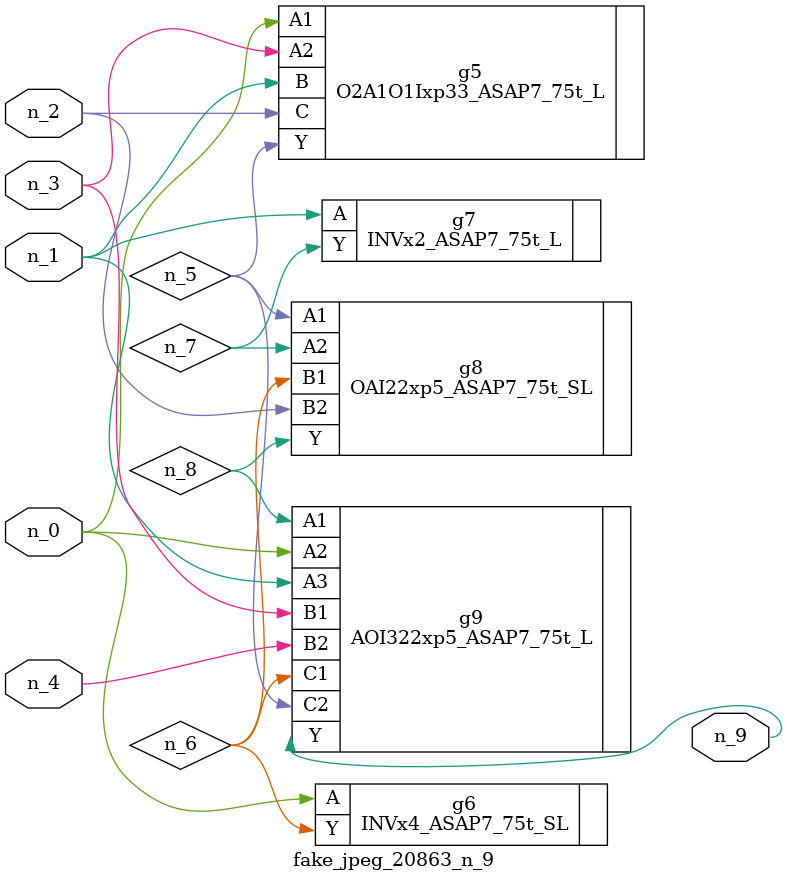
<source format=v>
module fake_jpeg_20863_n_9 (n_3, n_2, n_1, n_0, n_4, n_9);

input n_3;
input n_2;
input n_1;
input n_0;
input n_4;

output n_9;

wire n_8;
wire n_6;
wire n_5;
wire n_7;

O2A1O1Ixp33_ASAP7_75t_L g5 ( 
.A1(n_0),
.A2(n_3),
.B(n_1),
.C(n_2),
.Y(n_5)
);

INVx4_ASAP7_75t_SL g6 ( 
.A(n_0),
.Y(n_6)
);

INVx2_ASAP7_75t_L g7 ( 
.A(n_1),
.Y(n_7)
);

OAI22xp5_ASAP7_75t_SL g8 ( 
.A1(n_5),
.A2(n_7),
.B1(n_6),
.B2(n_2),
.Y(n_8)
);

AOI322xp5_ASAP7_75t_L g9 ( 
.A1(n_8),
.A2(n_0),
.A3(n_1),
.B1(n_3),
.B2(n_4),
.C1(n_6),
.C2(n_5),
.Y(n_9)
);


endmodule
</source>
